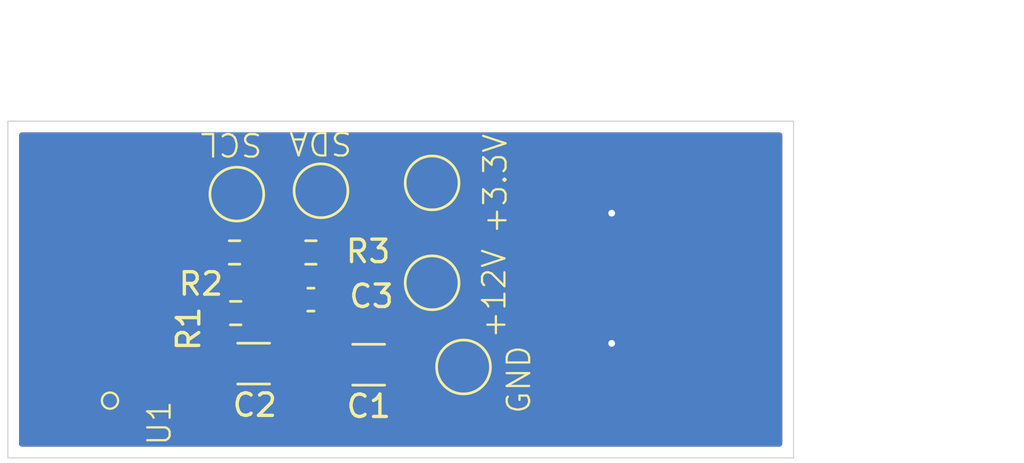
<source format=kicad_pcb>
(kicad_pcb (version 20240108) (generator "pcbnew") (generator_version "8.0")
  (layers (0 "F.Cu" signal) (31 "B.Cu" signal) (34 "B.Paste" user) (35 "F.Paste" user) (36 "B.SilkS" user "B.Silkscreen") (37 "F.SilkS" user "F.Silkscreen") (38 "B.Mask" user) (39 "F.Mask" user) (44 "Edge.Cuts" user))
  (net 0 "")
  (net 1 "Net-(U1-VPP)")
  (net 2 "GND")
  (net 3 "Net-(U1-VCOMH)")
  (net 4 "Net-(U1-IM1)")
  (net 5 "Net-(U1-SCL)")
  (net 6 "Net-(U1-SDA)")
  (net 7 "Net-(U1-IREF)")
  (footprint "Library:C_0603_1608Metric" (layer "F.Cu") (at 149.95 84)
    (property "Reference" "C3" (at 2.7 -0.15 0) (layer "F.SilkS"))
    (property "Value" "4.7u")
    (fp_line (start -0.14058 -0.51) (end 0.14058 -0.51) (stroke (width 0.12)) (layer "F.SilkS"))
    (fp_line (start -0.14058 0.51) (end 0.14058 0.51) (stroke (width 0.12)) (layer "F.SilkS"))
    (pad "1" smd roundrect (at -0.775 0) (size 0.9 0.95) (layers "F.Cu" "F.Paste" "F.Mask") (net 4 "Net-(U1-IM1)"))
    (pad "2" smd roundrect (at 0.775 0) (size 0.9 0.95) (layers "F.Cu" "F.Paste" "F.Mask") (net 2 "GND"))
  )
  (footprint "Library:R_0603_1608Metric" (layer "F.Cu") (at 146.6 84.6)
    (property "Reference" "R1" (at -2.1 0.7 90) (layer "F.SilkS"))
    (property "Value" "750k")
    (fp_line (start -0.237258 -0.5225) (end 0.237258 -0.5225) (stroke (width 0.12)) (layer "F.SilkS"))
    (fp_line (start -0.237258 0.5225) (end 0.237258 0.5225) (stroke (width 0.12)) (layer "F.SilkS"))
    (pad "1" smd roundrect (at -0.825 0) (size 0.8 0.95) (layers "F.Cu" "F.Paste" "F.Mask") (net 7 "Net-(U1-IREF)"))
    (pad "2" smd roundrect (at 0.825 0) (size 0.8 0.95) (layers "F.Cu" "F.Paste" "F.Mask") (net 2 "GND"))
  )
  (footprint "Library:TestPoint_Pad_D2.0mm" (layer "F.Cu") (at 146.65 79.3)
    (property "Reference" "P4" (hide yes))
    (property "Value" "SCL")
    (fp_circle (center 0 0) (end 0 1.2) (stroke (width 0.12)) (fill none) (layer "F.SilkS"))
    (pad "1" smd circle (at 0 0) (size 2 2) (layers "F.Cu" "F.Mask") (net 5 "Net-(U1-SCL)"))
  )
  (footprint "Library:TestPoint_Pad_D2.0mm" (layer "F.Cu") (at 156.75 87)
    (property "Reference" "P1" (hide yes))
    (property "Value" "GND")
    (fp_circle (center 0 0) (end 0 1.2) (stroke (width 0.12)) (fill none) (layer "F.SilkS"))
    (pad "1" smd circle (at 0 0) (size 2 2) (layers "F.Cu" "F.Mask") (net 2 "GND"))
  )
  (footprint "Library:TestPoint_Pad_D2.0mm" (layer "F.Cu") (at 150.4 79.15)
    (property "Reference" "P5" (hide yes))
    (property "Value" "SDA")
    (fp_circle (center 0 0) (end 0 1.2) (stroke (width 0.12)) (fill none) (layer "F.SilkS"))
    (pad "1" smd circle (at 0 0) (size 2 2) (layers "F.Cu" "F.Mask") (net 6 "Net-(U1-SDA)"))
  )
  (footprint "Library:R_0603_1608Metric" (layer "F.Cu") (at 146.55 81.9 180)
    (property "Reference" "R2" (at 1.5 -1.4 180) (layer "F.SilkS"))
    (property "Value" "2.2k")
    (fp_line (start -0.237258 0.5225) (end 0.237258 0.5225) (stroke (width 0.12)) (layer "F.SilkS"))
    (fp_line (start -0.237258 -0.5225) (end 0.237258 -0.5225) (stroke (width 0.12)) (layer "F.SilkS"))
    (pad "1" smd roundrect (at -0.825 0 180) (size 0.8 0.95) (layers "F.Cu" "F.Paste" "F.Mask") (net 4 "Net-(U1-IM1)"))
    (pad "2" smd roundrect (at 0.825 0 180) (size 0.8 0.95) (layers "F.Cu" "F.Paste" "F.Mask") (net 5 "Net-(U1-SCL)"))
  )
  (footprint "Library:TestPoint_Pad_D2.0mm" (layer "F.Cu") (at 155.35 83.25)
    (property "Reference" "P2" (hide yes))
    (property "Value" "+12V")
    (fp_circle (center 0 0) (end 0 1.2) (stroke (width 0.12)) (fill none) (layer "F.SilkS"))
    (pad "1" smd circle (at 0 0) (size 2 2) (layers "F.Cu" "F.Mask") (net 1 "Net-(U1-VPP)"))
  )
  (footprint "Library:R_0603_1608Metric" (layer "F.Cu") (at 149.95 81.9)
    (property "Reference" "R3" (at 2.55 -0.05 0) (layer "F.SilkS"))
    (property "Value" "2.2k")
    (fp_line (start -0.237258 -0.5225) (end 0.237258 -0.5225) (stroke (width 0.12)) (layer "F.SilkS"))
    (fp_line (start -0.237258 0.5225) (end 0.237258 0.5225) (stroke (width 0.12)) (layer "F.SilkS"))
    (pad "1" smd roundrect (at -0.825 0) (size 0.8 0.95) (layers "F.Cu" "F.Paste" "F.Mask") (net 4 "Net-(U1-IM1)"))
    (pad "2" smd roundrect (at 0.825 0) (size 0.8 0.95) (layers "F.Cu" "F.Paste" "F.Mask") (net 6 "Net-(U1-SDA)"))
  )
  (footprint "Library:GME64128-01" (layer "F.Cu") (at 141.6 83.5 90)
    (property "Reference" "U1" (at -6 1.6 90) (layer "F.SilkS") (effects (font (thickness 0.1))))
    (property "Value" "GME64128-01")
    (fp_circle (center -5 -0.6) (end -4.7 -0.4) (stroke (width 0.1)) (fill none) (layer "F.SilkS"))
    (pad "1" smd rect (at -4.2 0 90) (size 0.35 4) (layers "F.Cu" "F.Paste" "F.Mask"))
    (pad "2" smd rect (at -3.5 0 90) (size 0.35 4) (layers "F.Cu" "F.Paste" "F.Mask") (net 1 "Net-(U1-VPP)"))
    (pad "3" smd rect (at -2.8 0 90) (size 0.35 4) (layers "F.Cu" "F.Paste" "F.Mask") (net 3 "Net-(U1-VCOMH)"))
    (pad "4" smd rect (at -2.1 0 90) (size 0.35 4) (layers "F.Cu" "F.Paste" "F.Mask") (net 4 "Net-(U1-IM1)"))
    (pad "5" smd rect (at -1.4 0 90) (size 0.35 4) (layers "F.Cu" "F.Paste" "F.Mask") (net 4 "Net-(U1-IM1)"))
    (pad "6" smd rect (at -0.7 0 90) (size 0.35 4) (layers "F.Cu" "F.Paste" "F.Mask") (net 7 "Net-(U1-IREF)"))
    (pad "7" smd rect (at 0 0 90) (size 0.35 4) (layers "F.Cu" "F.Paste" "F.Mask") (net 2 "GND"))
    (pad "8" smd rect (at 0.7 0 90) (size 0.35 4) (layers "F.Cu" "F.Paste" "F.Mask") (net 4 "Net-(U1-IM1)"))
    (pad "9" smd rect (at 1.4 0 90) (size 0.35 4) (layers "F.Cu" "F.Paste" "F.Mask") (net 2 "GND"))
    (pad "10" smd rect (at 2.1 0 90) (size 0.35 4) (layers "F.Cu" "F.Paste" "F.Mask") (net 5 "Net-(U1-SCL)"))
    (pad "11" smd rect (at 2.8 0 90) (size 0.35 4) (layers "F.Cu" "F.Paste" "F.Mask") (net 6 "Net-(U1-SDA)"))
    (pad "12" smd rect (at 3.5 0 90) (size 0.35 4) (layers "F.Cu" "F.Paste" "F.Mask") (net 2 "GND"))
    (pad "13" smd rect (at 4.2 0 90) (size 0.35 4) (layers "F.Cu" "F.Paste" "F.Mask"))
  )
  (footprint "Library:C_1206_3216Metric" (layer "F.Cu") (at 152.525 86.9 180)
    (property "Reference" "C1" (at 0 -1.85 180) (layer "F.SilkS"))
    (property "Value" "4.7u/16V")
    (fp_line (start -0.711252 0.91) (end 0.711252 0.91) (stroke (width 0.12)) (layer "F.SilkS"))
    (fp_line (start -0.711252 -0.91) (end 0.711252 -0.91) (stroke (width 0.12)) (layer "F.SilkS"))
    (pad "1" smd roundrect (at -1.475 0 180) (size 1.15 1.8) (layers "F.Cu" "F.Paste" "F.Mask") (roundrect_rratio 0.217391) (net 2 "GND"))
    (pad "2" smd roundrect (at 1.475 0 180) (size 1.15 1.8) (layers "F.Cu" "F.Paste" "F.Mask") (roundrect_rratio 0.217391) (net 1 "Net-(U1-VPP)"))
  )
  (footprint "Library:C_1206_3216Metric" (layer "F.Cu") (at 147.4 86.85)
    (property "Reference" "C2" (at 0.05 1.85 0) (layer "F.SilkS"))
    (property "Value" "4.7u/16V")
    (fp_line (start -0.711252 -0.91) (end 0.711252 -0.91) (stroke (width 0.12)) (layer "F.SilkS"))
    (fp_line (start -0.711252 0.91) (end 0.711252 0.91) (stroke (width 0.12)) (layer "F.SilkS"))
    (pad "1" smd roundrect (at -1.475 0) (size 1.15 1.8) (layers "F.Cu" "F.Paste" "F.Mask") (roundrect_rratio 0.217391) (net 3 "Net-(U1-VCOMH)"))
    (pad "2" smd roundrect (at 1.475 0) (size 1.15 1.8) (layers "F.Cu" "F.Paste" "F.Mask") (roundrect_rratio 0.217391) (net 2 "GND"))
  )
  (footprint "Library:TestPoint_Pad_D2.0mm" (layer "F.Cu") (at 155.35 78.8)
    (property "Reference" "P3" (hide yes))
    (property "Value" "+3.3V")
    (fp_circle (center 0 0) (end 0 1.2) (stroke (width 0.12)) (fill none) (layer "F.SilkS"))
    (pad "1" smd circle (at 0 0) (size 2 2) (layers "F.Cu" "F.Mask") (net 4 "Net-(U1-IM1)"))
  )
  (gr_rect (start 136.45 76.05) (end 171.45 91.05) (stroke (width 0.05)) (fill none) (layer "Edge.Cuts"))
  (gr_text "GND" (at 159.8 89.15 90) (layer "F.SilkS") (effects (font (size 1 1) (thickness 0.1)) (justify left bottom)))
  (gr_text "+3.3V" (at 158.75 81.15 90) (layer "F.SilkS") (effects (font (size 1 1) (thickness 0.1)) (justify left bottom)))
  (gr_text "SDA" (at 151.85 76.45 180) (layer "F.SilkS") (effects (font (size 1 1) (thickness 0.1)) (justify left bottom)))
  (gr_text "+12V" (at 158.7 85.8 90) (layer "F.SilkS") (effects (font (size 1 1) (thickness 0.1)) (justify left bottom)))
  (gr_text "SCL" (at 147.85 76.5 180) (layer "F.SilkS") (effects (font (size 1 1) (thickness 0.1)) (justify left bottom)))
  (segment (start 144 87) (end 144.4 87.4) (width 0.254) (layer "F.Cu") (net 1))
  (segment (start 141.6 87) (end 144 87) (width 0.254) (layer "F.Cu") (net 1))
  (segment (start 153.5 85.1) (end 155.35 83.25) (width 0.254) (layer "F.Cu") (net 1))
  (segment (start 144.95 88.45) (end 150.45 88.45) (width 0.254) (layer "F.Cu") (net 1))
  (segment (start 151.05 86.9) (end 151.05 86.4) (width 0.254) (layer "F.Cu") (net 1))
  (segment (start 151.05 87.85) (end 151.05 86.9) (width 0.254) (layer "F.Cu") (net 1))
  (segment (start 150.45 88.45) (end 151.05 87.85) (width 0.254) (layer "F.Cu") (net 1))
  (segment (start 144.4 87.9) (end 144.95 88.45) (width 0.254) (layer "F.Cu") (net 1))
  (segment (start 151.05 86.4) (end 152.35 85.1) (width 0.254) (layer "F.Cu") (net 1))
  (segment (start 152.35 85.1) (end 153.5 85.1) (width 0.254) (layer "F.Cu") (net 1))
  (segment (start 144.4 87.4) (end 144.4 87.9) (width 0.254) (layer "F.Cu") (net 1))
  (segment (start 146.7 83.5) (end 147.425 84.225) (width 0.254) (layer "F.Cu") (net 2))
  (segment (start 157.6 82.05) (end 157.6 86.15) (width 0.254) (layer "F.Cu") (net 2))
  (segment (start 150.725 84.775) (end 150.5 85) (width 0.254) (layer "F.Cu") (net 2))
  (segment (start 139 89) (end 154.75 89) (width 0.254) (layer "F.Cu") (net 2))
  (segment (start 141.6 83.5) (end 146.7 83.5) (width 0.254) (layer "F.Cu") (net 2))
  (segment (start 137.85 87.85) (end 139 89) (width 0.254) (layer "F.Cu") (net 2))
  (segment (start 141.6 80) (end 138.9 80) (width 0.254) (layer "F.Cu") (net 2))
  (segment (start 138.95 82.1) (end 141.6 82.1) (width 0.254) (layer "F.Cu") (net 2))
  (segment (start 137.85 82.5) (end 137.85 87.85) (width 0.254) (layer "F.Cu") (net 2))
  (segment (start 150.725 84) (end 151.7 84) (width 0.254) (layer "F.Cu") (net 2))
  (segment (start 138.6 81.75) (end 138.95 82.1) (width 0.254) (layer "F.Cu") (net 2))
  (segment (start 156.65 86.9) (end 156.75 87) (width 0.254) (layer "F.Cu") (net 2))
  (segment (start 156.65 81.1) (end 157.6 82.05) (width 0.254) (layer "F.Cu") (net 2))
  (segment (start 150.5 85) (end 147.825 85) (width 0.254) (layer "F.Cu") (net 2))
  (segment (start 150.725 84) (end 150.725 84.775) (width 0.254) (layer "F.Cu") (net 2))
  (segment (start 154.6 81.1) (end 156.65 81.1) (width 0.254) (layer "F.Cu") (net 2))
  (segment (start 147.825 85) (end 147.425 84.6) (width 0.254) (layer "F.Cu") (net 2))
  (segment (start 154 86.9) (end 156.65 86.9) (width 0.254) (layer "F.Cu") (net 2))
  (segment (start 138.6 80.3) (end 138.6 81.75) (width 0.254) (layer "F.Cu") (net 2))
  (segment (start 138.9 80) (end 138.6 80.3) (width 0.254) (layer "F.Cu") (net 2))
  (segment (start 157.6 86.15) (end 156.75 87) (width 0.254) (layer "F.Cu") (net 2))
  (segment (start 147.425 84.225) (end 147.425 84.6) (width 0.254) (layer "F.Cu") (net 2))
  (segment (start 151.7 84) (end 154.6 81.1) (width 0.254) (layer "F.Cu") (net 2))
  (segment (start 154.75 89) (end 156.75 87) (width 0.254) (layer "F.Cu") (net 2))
  (segment (start 138.6 81.75) (end 137.85 82.5) (width 0.254) (layer "F.Cu") (net 2))
  (via (at 163.35 85.95) (size 0.6) (drill 0.3) (layers "F.Cu" "B.Cu") (net 2))
  (via (at 163.35 80.15) (size 0.6) (drill 0.3) (layers "F.Cu" "B.Cu") (net 2))
  (segment (start 145.375 86.3) (end 145.925 86.85) (width 0.254) (layer "F.Cu") (net 3))
  (segment (start 141.6 86.3) (end 145.375 86.3) (width 0.254) (layer "F.Cu") (net 3))
  (segment (start 149.175 82) (end 149.125 81.95) (width 0.254) (layer "F.Cu") (net 4))
  (segment (start 149.175 82) (end 149.175 82.95) (width 0.254) (layer "F.Cu") (net 4))
  (segment (start 139 84.9) (end 138.65 84.55) (width 0.254) (layer "F.Cu") (net 4))
  (segment (start 152.45 82.1) (end 152.45 80.55) (width 0.254) (layer "F.Cu") (net 4))
  (segment (start 138.65 84.55) (end 138.65 83.1) (width 0.254) (layer "F.Cu") (net 4))
  (segment (start 154.2 78.8) (end 155.35 78.8) (width 0.254) (layer "F.Cu") (net 4))
  (segment (start 151.6 82.95) (end 152.45 82.1) (width 0.254) (layer "F.Cu") (net 4))
  (segment (start 141.6 84.9) (end 139 84.9) (width 0.254) (layer "F.Cu") (net 4))
  (segment (start 141.6 82.8) (end 146.525 82.8) (width 0.254) (layer "F.Cu") (net 4))
  (segment (start 152.45 80.55) (end 154.2 78.8) (width 0.254) (layer "F.Cu") (net 4))
  (segment (start 141.6 85.6) (end 141.6 84.9) (width 0.254) (layer "F.Cu") (net 4))
  (segment (start 138.95 82.8) (end 141.6 82.8) (width 0.254) (layer "F.Cu") (net 4))
  (segment (start 149.175 84) (end 149.2 84) (width 0.254) (layer "F.Cu") (net 4))
  (segment (start 149.175 82.95) (end 149.175 84) (width 0.254) (layer "F.Cu") (net 4))
  (segment (start 138.65 83.1) (end 138.95 82.8) (width 0.254) (layer "F.Cu") (net 4))
  (segment (start 146.525 82.8) (end 147.375 81.95) (width 0.254) (layer "F.Cu") (net 4))
  (segment (start 149.175 82.95) (end 151.6 82.95) (width 0.254) (layer "F.Cu") (net 4))
  (segment (start 147.375 81.95) (end 149.125 81.95) (width 0.254) (layer "F.Cu") (net 4))
  (segment (start 141.6 81.4) (end 145.175 81.4) (width 0.254) (layer "F.Cu") (net 5))
  (segment (start 145.175 81.4) (end 145.725 81.95) (width 0.254) (layer "F.Cu") (net 5))
  (segment (start 146.65 81.025) (end 145.725 81.95) (width 0.254) (layer "F.Cu") (net 5))
  (segment (start 146.65 79.3) (end 146.65 81.025) (width 0.254) (layer "F.Cu") (net 5))
  (segment (start 141.6 80.7) (end 144.2 80.7) (width 0.254) (layer "F.Cu") (net 6))
  (segment (start 144.2 80.7) (end 144.45 80.45) (width 0.254) (layer "F.Cu") (net 6))
  (segment (start 144.45 80.45) (end 144.45 78.25) (width 0.254) (layer "F.Cu") (net 6))
  (segment (start 148.75 77.5) (end 150.4 79.15) (width 0.254) (layer "F.Cu") (net 6))
  (segment (start 150.775 81.95) (end 150.775 79.525) (width 0.254) (layer "F.Cu") (net 6))
  (segment (start 144.45 78.25) (end 145.2 77.5) (width 0.254) (layer "F.Cu") (net 6))
  (segment (start 150.775 79.525) (end 150.4 79.15) (width 0.254) (layer "F.Cu") (net 6))
  (segment (start 145.2 77.5) (end 148.75 77.5) (width 0.254) (layer "F.Cu") (net 6))
  (segment (start 145.375 84.2) (end 145.775 84.6) (width 0.254) (layer "F.Cu") (net 7))
  (segment (start 141.6 84.2) (end 145.375 84.2) (width 0.254) (layer "F.Cu") (net 7))
  (zone (net 2) (net_name "GND") (layers "F&B.Cu") (connect_pads yes (clearance 0.5)) (min_thickness 0.25) (fill yes (thermal_gap 0.5) (thermal_bridge_width 0.5))
    (polygon (pts (xy 136.35 75.85) (xy 171.8 75.75) (xy 171.8 91.3) (xy 136.1 91.15)))
  )
)
</source>
